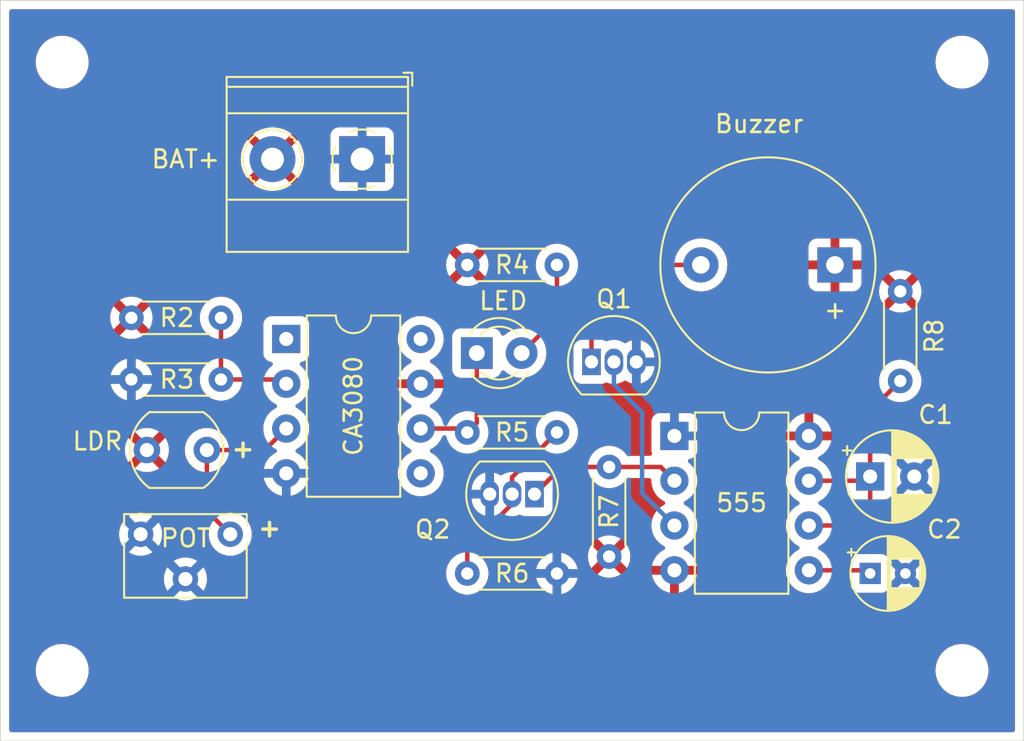
<source format=kicad_pcb>
(kicad_pcb (version 20240108) (generator "pcbnew") (generator_version "8.0")
  (title_block (title "Intruder Alarm System") (date "2025-01-04") (rev "v01") (comment 4 "Author:PUTSHU LUNGHE Samuel"))
  (layers (0 "F.Cu" signal) (31 "B.Cu" signal) (34 "B.Paste" user) (35 "F.Paste" user) (36 "B.SilkS" user "B.Silkscreen") (37 "F.SilkS" user "F.Silkscreen") (38 "B.Mask" user) (39 "F.Mask" user) (44 "Edge.Cuts" user))
  (net 0 "")
  (net 1 "Net-(BZ1--)")
  (net 2 "VCC")
  (net 3 "Net-(U2-DIS)")
  (net 4 "GND")
  (net 5 "Net-(U2-CV)")
  (net 6 "Net-(D2-K)")
  (net 7 "Net-(D2-A)")
  (net 8 "Net-(Q1-B)")
  (net 9 "Net-(Q2-B)")
  (net 10 "Net-(Q2-C)")
  (net 11 "Net-(U1-+)")
  (net 12 "Net-(U1--)")
  (footprint "Package_TO_SOT_THT:TO-92_Inline" (layer "F.Cu") (at 159 74.5)
    (property "Reference" "Q1" (at 1.27 -3.56 0) (layer "F.SilkS"))
    (property "Value" "BC547")
    (fp_line (start -0.53 1.85) (end 3.07 1.85) (stroke (width 0.12)) (layer "F.SilkS"))
    (fp_arc (start -0.568478 1.838478) (mid -1.132087 -0.994977) (end 1.27 -2.6) (stroke (width 0.12)) (layer "F.SilkS"))
    (fp_arc (start 1.27 -2.6) (mid 3.672087 -0.994977) (end 3.108478 1.838478) (stroke (width 0.12)) (layer "F.SilkS"))
    (pad "1" thru_hole rect (at 0 0) (size 1.05 1.5) (drill 0.75) (layers "*.Cu" "*.Mask") (net 1 "Net-(BZ1--)"))
    (pad "2" thru_hole oval (at 1.27 0) (size 1.05 1.5) (drill 0.75) (layers "*.Cu" "*.Mask") (net 8 "Net-(Q1-B)"))
    (pad "3" thru_hole oval (at 2.54 0) (size 1.05 1.5) (drill 0.75) (layers "*.Cu" "*.Mask") (net 4 "GND"))
  )
  (footprint "Buzzer_Beeper:Buzzer_12x9.5RM7.6" (layer "F.Cu") (at 172.8 69 180)
    (property "Reference" "Buzzer" (at 4.3 8 0) (layer "F.SilkS"))
    (property "Value" "Buzzer" (hide yes))
    (fp_circle (center 3.8 0) (end 9.9 0) (stroke (width 0.12)) (fill none) (layer "F.SilkS"))
    (fp_text user "+" (at -0.01 -2.54 0) (layer "F.SilkS"))
    (pad "1" thru_hole rect (at 0 0 180) (size 2 2) (drill 1) (layers "*.Cu" "*.Mask") (net 2 "VCC"))
    (pad "2" thru_hole circle (at 7.6 0 180) (size 2 2) (drill 1) (layers "*.Cu" "*.Mask") (net 1 "Net-(BZ1--)"))
  )
  (footprint "Resistor_THT:R_Axial_DIN0204_L3.6mm_D1.6mm_P5.08mm_Horizontal" (layer "F.Cu") (at 132.92 72)
    (property "Reference" "R2" (at 2.58 0 0) (layer "F.SilkS"))
    (property "Value" "47K")
    (fp_line (start 0.62 -0.92) (end 4.46 -0.92) (stroke (width 0.12)) (layer "F.SilkS"))
    (fp_line (start 0.62 0.92) (end 4.46 0.92) (stroke (width 0.12)) (layer "F.SilkS"))
    (pad "1" thru_hole circle (at 0 0) (size 1.4 1.4) (drill 0.7) (layers "*.Cu" "*.Mask") (net 2 "VCC"))
    (pad "2" thru_hole oval (at 5.08 0) (size 1.4 1.4) (drill 0.7) (layers "*.Cu" "*.Mask") (net 12 "Net-(U1--)"))
  )
  (footprint "MountingHole:MountingHole_2.5mm" (layer "F.Cu") (at 180 57.5)
    (property "Reference" "H2" (hide yes))
    (property "Value" "MountingHole" (hide yes))
    (pad "" np_thru_hole circle (at 0 0) (size 2.5 2.5) (drill 2.5) (layers "*.Cu" "*.Mask"))
  )
  (footprint "Package_TO_SOT_THT:TO-92_Inline" (layer "F.Cu") (at 155.77 82 180)
    (property "Reference" "Q2" (at 5.77 -2 0) (layer "F.SilkS"))
    (property "Value" "BC557")
    (fp_line (start -0.53 1.85) (end 3.07 1.85) (stroke (width 0.12)) (layer "F.SilkS"))
    (fp_arc (start 1.27 -2.6) (mid 3.672087 -0.994977) (end 3.108478 1.838478) (stroke (width 0.12)) (layer "F.SilkS"))
    (fp_arc (start -0.568478 1.838478) (mid -1.132087 -0.994977) (end 1.27 -2.6) (stroke (width 0.12)) (layer "F.SilkS"))
    (pad "1" thru_hole rect (at 0 0 180) (size 1.05 1.5) (drill 0.75) (layers "*.Cu" "*.Mask") (net 10 "Net-(Q2-C)"))
    (pad "2" thru_hole oval (at 1.27 0 180) (size 1.05 1.5) (drill 0.75) (layers "*.Cu" "*.Mask") (net 9 "Net-(Q2-B)"))
    (pad "3" thru_hole oval (at 2.54 0 180) (size 1.05 1.5) (drill 0.75) (layers "*.Cu" "*.Mask") (net 4 "GND"))
  )
  (footprint "Resistor_THT:R_Axial_DIN0204_L3.6mm_D1.6mm_P5.08mm_Horizontal" (layer "F.Cu") (at 151.96 69)
    (property "Reference" "R4" (at 2.54 0 0) (layer "F.SilkS"))
    (property "Value" "220R")
    (fp_line (start 0.62 -0.92) (end 4.46 -0.92) (stroke (width 0.12)) (layer "F.SilkS"))
    (fp_line (start 0.62 0.92) (end 4.46 0.92) (stroke (width 0.12)) (layer "F.SilkS"))
    (pad "1" thru_hole circle (at 0 0) (size 1.4 1.4) (drill 0.7) (layers "*.Cu" "*.Mask") (net 2 "VCC"))
    (pad "2" thru_hole oval (at 5.08 0) (size 1.4 1.4) (drill 0.7) (layers "*.Cu" "*.Mask") (net 7 "Net-(D2-A)"))
  )
  (footprint "Resistor_THT:R_Axial_DIN0204_L3.6mm_D1.6mm_P5.08mm_Horizontal" (layer "F.Cu") (at 151.96 78.5)
    (property "Reference" "R5" (at 2.54 0 0) (layer "F.SilkS"))
    (property "Value" "1K")
    (fp_line (start 0.62 -0.92) (end 4.46 -0.92) (stroke (width 0.12)) (layer "F.SilkS"))
    (fp_line (start 0.62 0.92) (end 4.46 0.92) (stroke (width 0.12)) (layer "F.SilkS"))
    (pad "1" thru_hole circle (at 0 0) (size 1.4 1.4) (drill 0.7) (layers "*.Cu" "*.Mask") (net 6 "Net-(D2-K)"))
    (pad "2" thru_hole oval (at 5.08 0) (size 1.4 1.4) (drill 0.7) (layers "*.Cu" "*.Mask") (net 9 "Net-(Q2-B)"))
  )
  (footprint "Potentiometer_THT:Potentiometer_Bourns_3266W_Vertical" (layer "F.Cu") (at 138.525 84.275)
    (property "Reference" "POT" (at -2.525 0.225 0) (layer "F.SilkS"))
    (property "Value" "R_Potentiometer" (hide yes))
    (fp_line (start -6.015 -1.14) (end -6.015 -0.495) (stroke (width 0.12)) (layer "F.SilkS"))
    (fp_line (start -6.015 -1.14) (end 0.935 -1.14) (stroke (width 0.12)) (layer "F.SilkS"))
    (fp_line (start -6.015 0.495) (end -6.015 3.6) (stroke (width 0.12)) (layer "F.SilkS"))
    (fp_line (start -6.015 3.6) (end 0.935 3.6) (stroke (width 0.12)) (layer "F.SilkS"))
    (fp_line (start 0.935 -1.14) (end 0.935 -0.495) (stroke (width 0.12)) (layer "F.SilkS"))
    (fp_line (start 0.935 0.495) (end 0.935 3.6) (stroke (width 0.12)) (layer "F.SilkS"))
    (pad "1" thru_hole circle (at 0 0) (size 1.44 1.44) (drill 0.8) (layers "*.Cu" "*.Mask") (net 11 "Net-(U1-+)"))
    (pad "2" thru_hole circle (at -2.54 2.54) (size 1.44 1.44) (drill 0.8) (layers "*.Cu" "*.Mask") (net 4 "GND"))
    (pad "3" thru_hole circle (at -5.08 0) (size 1.44 1.44) (drill 0.8) (layers "*.Cu" "*.Mask") (net 4 "GND"))
  )
  (footprint "TerminalBlock_Phoenix:TerminalBlock_Phoenix_MKDS-1,5-2-5.08_1x02_P5.08mm_Horizontal" (layer "F.Cu") (at 146 63 180)
    (property "Reference" "BAT+" (at 10 0 0) (layer "F.SilkS"))
    (property "Value" "Screw_Terminal_01x02" (hide yes))
    (fp_line (start 7.68 -5.261) (end 7.68 4.66) (stroke (width 0.12)) (layer "F.SilkS"))
    (fp_line (start 6.355 -1.069) (end 6.308 -1.023) (stroke (width 0.12)) (layer "F.SilkS"))
    (fp_line (start 6.15 -1.275) (end 6.115 -1.239) (stroke (width 0.12)) (layer "F.SilkS"))
    (fp_line (start 4.046 1.239) (end 4.011 1.274) (stroke (width 0.12)) (layer "F.SilkS"))
    (fp_line (start 3.853 1.023) (end 3.806 1.069) (stroke (width 0.12)) (layer "F.SilkS"))
    (fp_line (start -2.6 4.66) (end 7.68 4.66) (stroke (width 0.12)) (layer "F.SilkS"))
    (fp_line (start -2.6 4.1) (end 7.68 4.1) (stroke (width 0.12)) (layer "F.SilkS"))
    (fp_line (start -2.6 2.6) (end 7.68 2.6) (stroke (width 0.12)) (layer "F.SilkS"))
    (fp_line (start -2.6 -2.301) (end 7.68 -2.301) (stroke (width 0.12)) (layer "F.SilkS"))
    (fp_line (start -2.6 -5.261) (end 7.68 -5.261) (stroke (width 0.12)) (layer "F.SilkS"))
    (fp_line (start -2.6 -5.261) (end -2.6 4.66) (stroke (width 0.12)) (layer "F.SilkS"))
    (fp_line (start -2.84 4.9) (end -2.34 4.9) (stroke (width 0.12)) (layer "F.SilkS"))
    (fp_line (start -2.84 4.16) (end -2.84 4.9) (stroke (width 0.12)) (layer "F.SilkS"))
    (fp_arc (start 1.535427 -0.683042) (mid 1.680501 0.000524) (end 1.535 0.684) (stroke (width 0.12)) (layer "F.SilkS"))
    (fp_arc (start 0.683318 1.534756) (mid 0.349292 1.643288) (end 0 1.68) (stroke (width 0.12)) (layer "F.SilkS"))
    (fp_arc (start 0.028805 1.680253) (mid -0.335551 1.646659) (end -0.684 1.535) (stroke (width 0.12)) (layer "F.SilkS"))
    (fp_arc (start -0.683042 -1.535427) (mid 0.000524 -1.680501) (end 0.684 -1.535) (stroke (width 0.12)) (layer "F.SilkS"))
    (fp_arc (start -1.535427 0.683042) (mid -1.680501 -0.000524) (end -1.535 -0.684) (stroke (width 0.12)) (layer "F.SilkS"))
    (fp_circle (center 5.08 0) (end 6.76 0) (stroke (width 0.12)) (fill none) (layer "F.SilkS"))
    (pad "1" thru_hole rect (at 0 0 180) (size 2.6 2.6) (drill 1.3) (layers "*.Cu" "*.Mask") (net 4 "GND"))
    (pad "2" thru_hole circle (at 5.08 0 180) (size 2.6 2.6) (drill 1.3) (layers "*.Cu" "*.Mask") (net 2 "VCC"))
  )
  (footprint "Resistor_THT:R_Axial_DIN0204_L3.6mm_D1.6mm_P5.08mm_Horizontal" (layer "F.Cu") (at 160 85.54 90)
    (property "Reference" "R7" (at 2.54 0 90) (layer "F.SilkS"))
    (property "Value" "1K")
    (fp_line (start 0.62 -0.92) (end 4.46 -0.92) (stroke (width 0.12)) (layer "F.SilkS"))
    (fp_line (start 0.62 0.92) (end 4.46 0.92) (stroke (width 0.12)) (layer "F.SilkS"))
    (pad "1" thru_hole circle (at 0 0 90) (size 1.4 1.4) (drill 0.7) (layers "*.Cu" "*.Mask") (net 2 "VCC"))
    (pad "2" thru_hole oval (at 5.08 0 90) (size 1.4 1.4) (drill 0.7) (layers "*.Cu" "*.Mask") (net 10 "Net-(Q2-C)"))
  )
  (footprint "Capacitor_THT:CP_Radial_D5.0mm_P2.50mm" (layer "F.Cu") (at 174.794888 81)
    (property "Reference" "C1" (at 3.705112 -3.5 0) (layer "F.SilkS"))
    (property "Value" "10uF")
    (fp_line (start -1.554775 -1.475) (end -1.054775 -1.475) (stroke (width 0.12)) (layer "F.SilkS"))
    (fp_line (start -1.304775 -1.725) (end -1.304775 -1.225) (stroke (width 0.12)) (layer "F.SilkS"))
    (fp_line (start 1.25 -2.58) (end 1.25 2.58) (stroke (width 0.12)) (layer "F.SilkS"))
    (fp_line (start 1.29 -2.58) (end 1.29 2.58) (stroke (width 0.12)) (layer "F.SilkS"))
    (fp_line (start 1.33 -2.579) (end 1.33 2.579) (stroke (width 0.12)) (layer "F.SilkS"))
    (fp_line (start 1.37 -2.578) (end 1.37 2.578) (stroke (width 0.12)) (layer "F.SilkS"))
    (fp_line (start 1.41 -2.576) (end 1.41 2.576) (stroke (width 0.12)) (layer "F.SilkS"))
    (fp_line (start 1.45 -2.573) (end 1.45 2.573) (stroke (width 0.12)) (layer "F.SilkS"))
    (fp_line (start 1.49 -2.569) (end 1.49 -1.04) (stroke (width 0.12)) (layer "F.SilkS"))
    (fp_line (start 1.49 1.04) (end 1.49 2.569) (stroke (width 0.12)) (layer "F.SilkS"))
    (fp_line (start 1.53 -2.565) (end 1.53 -1.04) (stroke (width 0.12)) (layer "F.SilkS"))
    (fp_line (start 1.53 1.04) (end 1.53 2.565) (stroke (width 0.12)) (layer "F.SilkS"))
    (fp_line (start 1.57 -2.561) (end 1.57 -1.04) (stroke (width 0.12)) (layer "F.SilkS"))
    (fp_line (start 1.57 1.04) (end 1.57 2.561) (stroke (width 0.12)) (layer "F.SilkS"))
    (fp_line (start 1.61 -2.556) (end 1.61 -1.04) (stroke (width 0.12)) (layer "F.SilkS"))
    (fp_line (start 1.61 1.04) (end 1.61 2.556) (stroke (width 0.12)) (layer "F.SilkS"))
    (fp_line (start 1.65 -2.55) (end 1.65 -1.04) (stroke (width 0.12)) (layer "F.SilkS"))
    (fp_line (start 1.65 1.04) (end 1.65 2.55) (stroke (width 0.12)) (layer "F.SilkS"))
    (fp_line (start 1.69 -2.543) (end 1.69 -1.04) (stroke (width 0.12)) (layer "F.SilkS"))
    (fp_line (start 1.69 1.04) (end 1.69 2.543) (stroke (width 0.12)) (layer "F.SilkS"))
    (fp_line (start 1.73 -2.536) (end 1.73 -1.04) (stroke (width 0.12)) (layer "F.SilkS"))
    (fp_line (start 1.73 1.04) (end 1.73 2.536) (stroke (width 0.12)) (layer "F.SilkS"))
    (fp_line (start 1.77 -2.528) (end 1.77 -1.04) (stroke (width 0.12)) (layer "F.SilkS"))
    (fp_line (start 1.77 1.04) (end 1.77 2.528) (stroke (width 0.12)) (layer "F.SilkS"))
    (fp_line (start 1.81 -2.52) (end 1.81 -1.04) (stroke (width 0.12)) (layer "F.SilkS"))
    (fp_line (start 1.81 1.04) (end 1.81 2.52) (stroke (width 0.12)) (layer "F.SilkS"))
    (fp_line (start 1.85 -2.511) (end 1.85 -1.04) (stroke (width 0.12)) (layer "F.SilkS"))
    (fp_line (start 1.85 1.04) (end 1.85 2.511) (stroke (width 0.12)) (layer "F.SilkS"))
    (fp_line (start 1.89 -2.501) (end 1.89 -1.04) (stroke (width 0.12)) (layer "F.SilkS"))
    (fp_line (start 1.89 1.04) (end 1.89 2.501) (stroke (width 0.12)) (layer "F.SilkS"))
    (fp_line (start 1.93 -2.491) (end 1.93 -1.04) (stroke (width 0.12)) (layer "F.SilkS"))
    (fp_line (start 1.93 1.04) (end 1.93 2.491) (stroke (width 0.12)) (layer "F.SilkS"))
    (fp_line (start 1.971 -2.48) (end 1.971 -1.04) (stroke (width 0.12)) (layer "F.SilkS"))
    (fp_line (start 1.971 1.04) (end 1.971 2.48) (stroke (width 0.12)) (layer "F.SilkS"))
    (fp_line (start 2.011 -2.468) (end 2.011 -1.04) (stroke (width 0.12)) (layer "F.SilkS"))
    (fp_line (start 2.011 1.04) (end 2.011 2.468) (stroke (width 0.12)) (layer "F.SilkS"))
    (fp_line (start 2.051 -2.455) (end 2.051 -1.04) (stroke (width 0.12)) (layer "F.SilkS"))
    (fp_line (start 2.051 1.04) (end 2.051 2.455) (stroke (width 0.12)) (layer "F.SilkS"))
    (fp_line (start 2.091 -2.442) (end 2.091 -1.04) (stroke (width 0.12)) (layer "F.SilkS"))
    (fp_line (start 2.091 1.04) (end 2.091 2.442) (stroke (width 0.12)) (layer "F.SilkS"))
    (fp_line (start 2.131 -2.428) (end 2.131 -1.04) (stroke (width 0.12)) (layer "F.SilkS"))
    (fp_line (start 2.131 1.04) (end 2.131 2.428) (stroke (width 0.12)) (layer "F.SilkS"))
    (fp_line (start 2.171 -2.414) (end 2.171 -1.04) (stroke (width 0.12)) (layer "F.SilkS"))
    (fp_line (start 2.171 1.04) (end 2.171 2.414) (stroke (width 0.12)) (layer "F.SilkS"))
    (fp_line (start 2.211 -2.398) (end 2.211 -1.04) (stroke (width 0.12)) (layer "F.SilkS"))
    (fp_line (start 2.211 1.04) (end 2.211 2.398) (stroke (width 0.12)) (layer "F.SilkS"))
    (fp_line (start 2.251 -2.382) (end 2.251 -1.04) (stroke (width 0.12)) (layer "F.SilkS"))
    (fp_line (start 2.251 1.04) (end 2.251 2.382) (stroke (width 0.12)) (layer "F.SilkS"))
    (fp_line (start 2.291 -2.365) (end 2.291 -1.04) (stroke (width 0.12)) (layer "F.SilkS"))
    (fp_line (start 2.291 1.04) (end 2.291 2.365) (stroke (width 0.12)) (layer "F.SilkS"))
    (fp_line (start 2.331 -2.348) (end 2.331 -1.04) (stroke (width 0.12)) (layer "F.SilkS"))
    (fp_line (start 2.331 1.04) (end 2.331 2.348) (stroke (width 0.12)) (layer "F.SilkS"))
    (fp_line (start 2.371 -2.329) (end 2.371 -1.04) (stroke (width 0.12)) (layer "F.SilkS"))
    (fp_line (start 2.371 1.04) (end 2.371 2.329) (stroke (width 0.12)) (layer "F.SilkS"))
    (fp_line (start 2.411 -2.31) (end 2.411 -1.04) (stroke (width 0.12)) (layer "F.SilkS"))
    (fp_line (start 2.411 1.04) (end 2.411 2.31) (stroke (width 0.12)) (layer "F.SilkS"))
    (fp_line (start 2.451 -2.29) (end 2.451 -1.04) (stroke (width 0.12)) (layer "F.SilkS"))
    (fp_line (start 2.451 1.04) (end 2.451 2.29) (stroke (width 0.12)) (layer "F.SilkS"))
    (fp_line (start 2.491 -2.268) (end 2.491 -1.04) (stroke (width 0.12)) (layer "F.SilkS"))
    (fp_line (start 2.491 1.04) (end 2.491 2.268) (stroke (width 0.12)) (layer "F.SilkS"))
    (fp_line (start 2.531 -2.247) (end 2.531 -1.04) (stroke (width 0.12)) (layer "F.SilkS"))
    (fp_line (start 2.531 1.04) (end 2.531 2.247) (stroke (width 0.12)) (layer "F.SilkS"))
    (fp_line (start 2.571 -2.224) (end 2.571 -1.04) (stroke (width 0.12)) (layer "F.SilkS"))
    (fp_line (start 2.571 1.04) (end 2.571 2.224) (stroke (width 0.12)) (layer "F.SilkS"))
    (fp_line (start 2.611 -2.2) (end 2.611 -1.04) (stroke (width 0.12)) (layer "F.SilkS"))
    (fp_line (start 2.611 1.04) (end 2.611 2.2) (stroke (width 0.12)) (layer "F.SilkS"))
    (fp_line (start 2.651 -2.175) (end 2.651 -1.04) (stroke (width 0.12)) (layer "F.SilkS"))
    (fp_line (start 2.651 1.04) (end 2.651 2.175) (stroke (width 0.12)) (layer "F.SilkS"))
    (fp_line (start 2.691 -2.149) (end 2.691 -1.04) (stroke (width 0.12)) (layer "F.SilkS"))
    (fp_line (start 2.691 1.04) (end 2.691 2.149) (stroke (width 0.12)) (layer "F.SilkS"))
    (fp_line (start 2.731 -2.122) (end 2.731 -1.04) (stroke (width 0.12)) (layer "F.SilkS"))
    (fp_line (start 2.731 1.04) (end 2.731 2.122) (stroke (width 0.12)) (layer "F.SilkS"))
    (fp_line (start 2.771 -2.095) (end 2.771 -1.04) (stroke (width 0.12)) (layer "F.SilkS"))
    (fp_line (start 2.771 1.04) (end 2.771 2.095) (stroke (width 0.12)) (layer "F.SilkS"))
    (fp_line (start 2.811 -2.065) (end 2.811 -1.04) (stroke (width 0.12)) (layer "F.SilkS"))
    (fp_line (start 2.811 1.04) (end 2.811 2.065) (stroke (width 0.12)) (layer "F.SilkS"))
    (fp_line (start 2.851 -2.035) (end 2.851 -1.04) (stroke (width 0.12)) (layer "F.SilkS"))
    (fp_line (start 2.851 1.04) (end 2.851 2.035) (stroke (width 0.12)) (layer "F.SilkS"))
    (fp_line (start 2.891 -2.004) (end 2.891 -1.04) (stroke (width 0.12)) (layer "F.SilkS"))
    (fp_line (start 2.891 1.04) (end 2.891 2.004) (stroke (width 0.12)) (layer "F.SilkS"))
    (fp_line (start 2.931 -1.971) (end 2.931 -1.04) (stroke (width 0.12)) (layer "F.SilkS"))
    (fp_line (start 2.931 1.04) (end 2.931 1.971) (stroke (width 0.12)) (layer "F.SilkS"))
    (fp_line (start 2.971 -1.937) (end 2.971 -1.04) (stroke (width 0.12)) (layer "F.SilkS"))
    (fp_line (start 2.971 1.04) (end 2.971 1.937) (stroke (width 0.12)) (layer "F.SilkS"))
    (fp_line (start 3.011 -1.901) (end 3.011 -1.04) (stroke (width 0.12)) (layer "F.SilkS"))
    (fp_line (start 3.011 1.04) (end 3.011 1.901) (stroke (width 0.12)) (layer "F.SilkS"))
    (fp_line (start 3.051 -1.864) (end 3.051 -1.04) (stroke (width 0.12)) (layer "F.SilkS"))
    (fp_line (start 3.051 1.04) (end 3.051 1.864) (stroke (width 0.12)) (layer "F.SilkS"))
    (fp_line (start 3.091 -1.826) (end 3.091 -1.04) (stroke (width 0.12)) (layer "F.SilkS"))
    (fp_line (start 3.091 1.04) (end 3.091 1.826) (stroke (width 0.12)) (layer "F.SilkS"))
    (fp_line (start 3.131 -1.785) (end 3.131 -1.04) (stroke (width 0.12)) (layer "F.SilkS"))
    (fp_line (start 3.131 1.04) (end 3.131 1.785) (stroke (width 0.12)) (layer "F.SilkS"))
    (fp_line (start 3.171 -1.743) (end 3.171 -1.04) (stroke (width 0.12)) (layer "F.SilkS"))
    (fp_line (start 3.171 1.04) (end 3.171 1.743) (stroke (width 0.12)) (layer "F.SilkS"))
    (fp_line (start 3.211 -1.699) (end 3.211 -1.04) (stroke (width 0.12)) (layer "F.SilkS"))
    (fp_line (start 3.211 1.04) (end 3.211 1.699) (stroke (width 0.12)) (layer "F.SilkS"))
    (fp_line (start 3.251 -1.653) (end 3.251 -1.04) (stroke (width 0.12)) (layer "F.SilkS"))
    (fp_line (start 3.251 1.04) (end 3.251 1.653) (stroke (width 0.12)) (layer "F.SilkS"))
    (fp_line (start 3.291 -1.605) (end 3.291 -1.04) (stroke (width 0.12)) (layer "F.SilkS"))
    (fp_line (start 3.291 1.04) (end 3.291 1.605) (stroke (width 0.12)) (layer "F.SilkS"))
    (fp_line (start 3.331 -1.554) (end 3.331 -1.04) (stroke (width 0.12)) (layer "F.SilkS"))
    (fp_line (start 3.331 1.04) (end 3.331 1.554) (stroke (width 0.12)) (layer "F.SilkS"))
    (fp_line (start 3.371 -1.5) (end 3.371 -1.04) (stroke (width 0.12)) (layer "F.SilkS"))
    (fp_line (start 3.371 1.04) (end 3.371 1.5) (stroke (width 0.12)) (layer "F.SilkS"))
    (fp_line (start 3.411 -1.443) (end 3.411 -1.04) (stroke (width 0.12)) (layer "F.SilkS"))
    (fp_line (start 3.411 1.04) (end 3.411 1.443) (stroke (width 0.12)) (layer "F.SilkS"))
    (fp_line (start 3.451 -1.383) (end 3.451 -1.04) (stroke (width 0.12)) (layer "F.SilkS"))
    (fp_line (start 3.451 1.04) (end 3.451 1.383) (stroke (width 0.12)) (layer "F.SilkS"))
    (fp_line (start 3.491 -1.319) (end 3.491 -1.04) (stroke (width 0.12)) (layer "F.SilkS"))
    (fp_line (start 3.491 1.04) (end 3.491 1.319) (stroke (width 0.12)) (layer "F.SilkS"))
    (fp_line (start 3.531 -1.251) (end 3.531 -1.04) (stroke (width 0.12)) (layer "F.SilkS"))
    (fp_line (start 3.531 1.04) (end 3.531 1.251) (stroke (width 0.12)) (layer "F.SilkS"))
    (fp_line (start 3.571 -1.178) (end 3.571 1.178) (stroke (width 0.12)) (layer "F.SilkS"))
    (fp_line (start 3.611 -1.098) (end 3.611 1.098) (stroke (width 0.12)) (layer "F.SilkS"))
    (fp_line (start 3.651 -1.011) (end 3.651 1.011) (stroke (width 0.12)) (layer "F.SilkS"))
    (fp_line (start 3.691 -0.915) (end 3.691 0.915) (stroke (width 0.12)) (layer "F.SilkS"))
    (fp_line (start 3.731 -0.805) (end 3.731 0.805) (stroke (width 0.12)) (layer "F.SilkS"))
    (fp_line (start 3.771 -0.677) (end 3.771 0.677) (stroke (width 0.12)) (layer "F.SilkS"))
    (fp_line (start 3.811 -0.518) (end 3.811 0.518) (stroke (width 0.12)) (layer "F.SilkS"))
    (fp_line (start 3.851 -0.284) (end 3.851 0.284) (stroke (width 0.12)) (layer "F.SilkS"))
    (fp_circle (center 1.25 0) (end 3.87 0) (stroke (width 0.12)) (fill none) (layer "F.SilkS"))
    (pad "1" thru_hole rect (at 0 0) (size 1.6 1.6) (drill 0.8) (layers "*.Cu" "*.Mask") (net 3 "Net-(U2-DIS)"))
    (pad "2" thru_hole circle (at 2.5 0) (size 1.6 1.6) (drill 0.8) (layers "*.Cu" "*.Mask") (net 4 "GND"))
  )
  (footprint "OptoDevice:R_LDR_5.1x4.3mm_P3.4mm_Vertical" (layer "F.Cu") (at 133.8 79.5)
    (property "Reference" "LDR" (at -2.8 -0.5 0) (layer "F.SilkS"))
    (property "Value" "LDR07" (hide yes))
    (fp_line (start 0.15 -2.15) (end 3.2 -2.15) (stroke (width 0.12)) (layer "F.SilkS"))
    (fp_line (start 0.15 2.15) (end 3.2 2.15) (stroke (width 0.12)) (layer "F.SilkS"))
    (fp_arc (start 0.15 2.15) (mid -0.950438 -0.013368) (end 0.171766 -2.165525) (stroke (width 0.12)) (layer "F.SilkS"))
    (fp_arc (start 3.2 -2.15) (mid 4.321403 -0.027338) (end 3.244513 2.118249) (stroke (width 0.12)) (layer "F.SilkS"))
    (pad "1" thru_hole circle (at 0 0) (size 1.5 1.5) (drill 0.8) (layers "*.Cu" "*.Mask") (net 2 "VCC"))
    (pad "2" thru_hole circle (at 3.4 0) (size 1.5 1.5) (drill 0.8) (layers "*.Cu" "*.Mask") (net 11 "Net-(U1-+)"))
  )
  (footprint "MountingHole:MountingHole_2.5mm" (layer "F.Cu") (at 129 92)
    (property "Reference" "H4" (hide yes))
    (property "Value" "MountingHole" (hide yes))
    (pad "" np_thru_hole circle (at 0 0) (size 2.5 2.5) (drill 2.5) (layers "*.Cu" "*.Mask"))
  )
  (footprint "Resistor_THT:R_Axial_DIN0204_L3.6mm_D1.6mm_P5.08mm_Horizontal" (layer "F.Cu") (at 151.96 86.5)
    (property "Reference" "R6" (at 2.54 0 0) (layer "F.SilkS"))
    (property "Value" "500R")
    (fp_line (start 0.62 -0.92) (end 4.46 -0.92) (stroke (width 0.12)) (layer "F.SilkS"))
    (fp_line (start 0.62 0.92) (end 4.46 0.92) (stroke (width 0.12)) (layer "F.SilkS"))
    (pad "1" thru_hole circle (at 0 0) (size 1.4 1.4) (drill 0.7) (layers "*.Cu" "*.Mask") (net 9 "Net-(Q2-B)"))
    (pad "2" thru_hole oval (at 5.08 0) (size 1.4 1.4) (drill 0.7) (layers "*.Cu" "*.Mask") (net 4 "GND"))
  )
  (footprint "MountingHole:MountingHole_2.5mm" (layer "F.Cu") (at 180 92)
    (property "Reference" "H3" (hide yes))
    (property "Value" "MountingHole" (hide yes))
    (pad "" np_thru_hole circle (at 0 0) (size 2.5 2.5) (drill 2.5) (layers "*.Cu" "*.Mask"))
  )
  (footprint "Package_DIP:DIP-8_W7.62mm" (layer "F.Cu") (at 141.7 73.2)
    (property "Reference" "CA3080" (at 3.8 3.8 90) (layer "F.SilkS"))
    (property "Value" "CA3080" (hide yes))
    (fp_line (start 1.16 -1.33) (end 1.16 8.95) (stroke (width 0.12)) (layer "F.SilkS"))
    (fp_line (start 1.16 8.95) (end 6.46 8.95) (stroke (width 0.12)) (layer "F.SilkS"))
    (fp_line (start 2.81 -1.33) (end 1.16 -1.33) (stroke (width 0.12)) (layer "F.SilkS"))
    (fp_line (start 6.46 -1.33) (end 4.81 -1.33) (stroke (width 0.12)) (layer "F.SilkS"))
    (fp_line (start 6.46 8.95) (end 6.46 -1.33) (stroke (width 0.12)) (layer "F.SilkS"))
    (fp_arc (start 4.81 -1.33) (mid 3.81 -0.33) (end 2.81 -1.33) (stroke (width 0.12)) (layer "F.SilkS"))
    (pad "1" thru_hole rect (at 0 0) (size 1.6 1.6) (drill 0.8) (layers "*.Cu" "*.Mask"))
    (pad "2" thru_hole oval (at 0 2.54) (size 1.6 1.6) (drill 0.8) (layers "*.Cu" "*.Mask") (net 12 "Net-(U1--)"))
    (pad "3" thru_hole oval (at 0 5.08) (size 1.6 1.6) (drill 0.8) (layers "*.Cu" "*.Mask") (net 11 "Net-(U1-+)"))
    (pad "4" thru_hole oval (at 0 7.62) (size 1.6 1.6) (drill 0.8) (layers "*.Cu" "*.Mask") (net 4 "GND"))
    (pad "5" thru_hole oval (at 7.62 7.62) (size 1.6 1.6) (drill 0.8) (layers "*.Cu" "*.Mask"))
    (pad "6" thru_hole oval (at 7.62 5.08) (size 1.6 1.6) (drill 0.8) (layers "*.Cu" "*.Mask") (net 6 "Net-(D2-K)"))
    (pad "7" thru_hole oval (at 7.62 2.54) (size 1.6 1.6) (drill 0.8) (layers "*.Cu" "*.Mask") (net 2 "VCC"))
    (pad "8" thru_hole oval (at 7.62 0) (size 1.6 1.6) (drill 0.8) (layers "*.Cu" "*.Mask"))
  )
  (footprint "Package_DIP:DIP-8_W7.62mm" (layer "F.Cu") (at 163.7 78.7)
    (property "Reference" "555" (at 3.81 3.8 0) (layer "F.SilkS"))
    (property "Value" "ICM7555xP")
    (fp_line (start 1.16 -1.33) (end 1.16 8.95) (stroke (width 0.12)) (layer "F.SilkS"))
    (fp_line (start 1.16 8.95) (end 6.46 8.95) (stroke (width 0.12)) (layer "F.SilkS"))
    (fp_line (start 2.81 -1.33) (end 1.16 -1.33) (stroke (width 0.12)) (layer "F.SilkS"))
    (fp_line (start 6.46 -1.33) (end 4.81 -1.33) (stroke (width 0.12)) (layer "F.SilkS"))
    (fp_line (start 6.46 8.95) (end 6.46 -1.33) (stroke (width 0.12)) (layer "F.SilkS"))
    (fp_arc (start 4.81 -1.33) (mid 3.81 -0.33) (end 2.81 -1.33) (stroke (width 0.12)) (layer "F.SilkS"))
    (pad "1" thru_hole rect (at 0 0) (size 1.6 1.6) (drill 0.8) (layers "*.Cu" "*.Mask") (net 4 "GND"))
    (pad "2" thru_hole oval (at 0 2.54) (size 1.6 1.6) (drill 0.8) (layers "*.Cu" "*.Mask") (net 10 "Net-(Q2-C)"))
    (pad "3" thru_hole oval (at 0 5.08) (size 1.6 1.6) (drill 0.8) (layers "*.Cu" "*.Mask") (net 8 "Net-(Q1-B)"))
    (pad "4" thru_hole oval (at 0 7.62) (size 1.6 1.6) (drill 0.8) (layers "*.Cu" "*.Mask") (net 2 "VCC"))
    (pad "5" thru_hole oval (at 7.62 7.62) (size 1.6 1.6) (drill 0.8) (layers "*.Cu" "*.Mask") (net 5 "Net-(U2-CV)"))
    (pad "6" thru_hole oval (at 7.62 5.08) (size 1.6 1.6) (drill 0.8) (layers "*.Cu" "*.Mask") (net 3 "Net-(U2-DIS)"))
    (pad "7" thru_hole oval (at 7.62 2.54) (size 1.6 1.6) (drill 0.8) (layers "*.Cu" "*.Mask") (net 3 "Net-(U2-DIS)"))
    (pad "8" thru_hole oval (at 7.62 0) (size 1.6 1.6) (drill 0.8) (layers "*.Cu" "*.Mask") (net 2 "VCC"))
  )
  (footprint "LED_THT:LED_D3.0mm" (layer "F.Cu") (at 152.5 74)
    (property "Reference" "LED" (at 1.5 -2.96 0) (layer "F.SilkS"))
    (property "Value" "LED" (hide yes))
    (fp_line (start -0.29 -1.236) (end -0.29 -1.08) (stroke (width 0.12)) (layer "F.SilkS"))
    (fp_line (start -0.29 1.08) (end -0.29 1.236) (stroke (width 0.12)) (layer "F.SilkS"))
    (fp_arc (start -0.29 -1.235516) (mid 1.366487 -1.987659) (end 2.942335 -1.078608) (stroke (width 0.12)) (layer "F.SilkS"))
    (fp_arc (start 0.229039 -1.08) (mid 1.270117 -1.5) (end 2.31113 -1.079837) (stroke (width 0.12)) (layer "F.SilkS"))
    (fp_arc (start 2.31113 1.079837) (mid 1.270117 1.5) (end 0.229039 1.08) (stroke (width 0.12)) (layer "F.SilkS"))
    (fp_arc (start 2.942335 1.078608) (mid 1.366487 1.987659) (end -0.29 1.235516) (stroke (width 0.12)) (layer "F.SilkS"))
    (pad "1" thru_hole rect (at 0 0) (size 1.8 1.8) (drill 0.9) (layers "*.Cu" "*.Mask") (net 6 "Net-(D2-K)"))
    (pad "2" thru_hole circle (at 2.54 0) (size 1.8 1.8) (drill 0.9) (layers "*.Cu" "*.Mask") (net 7 "Net-(D2-A)"))
  )
  (footprint "MountingHole:MountingHole_2.5mm" (layer "F.Cu") (at 129 57.5)
    (property "Reference" "H1" (hide yes))
    (property "Value" "MountingHole" (hide yes))
    (pad "" np_thru_hole circle (at 0 0) (size 2.5 2.5) (drill 2.5) (layers "*.Cu" "*.Mask"))
  )
  (footprint "Capacitor_THT:CP_Radial_D4.0mm_P2.00mm" (layer "F.Cu") (at 174.794888 86.5)
    (property "Reference" "C2" (at 4.205112 -2.5 0) (layer "F.SilkS"))
    (property "Value" "1nF")
    (fp_line (start -1.269801 -1.195) (end -0.869801 -1.195) (stroke (width 0.12)) (layer "F.SilkS"))
    (fp_line (start -1.069801 -1.395) (end -1.069801 -0.995) (stroke (width 0.12)) (layer "F.SilkS"))
    (fp_line (start 1 -2.08) (end 1 2.08) (stroke (width 0.12)) (layer "F.SilkS"))
    (fp_line (start 1.04 -2.08) (end 1.04 2.08) (stroke (width 0.12)) (layer "F.SilkS"))
    (fp_line (start 1.08 -2.079) (end 1.08 2.079) (stroke (width 0.12)) (layer "F.SilkS"))
    (fp_line (start 1.12 -2.077) (end 1.12 2.077) (stroke (width 0.12)) (layer "F.SilkS"))
    (fp_line (start 1.16 -2.074) (end 1.16 2.074) (stroke (width 0.12)) (layer "F.SilkS"))
    (fp_line (start 1.2 -2.071) (end 1.2 -0.84) (stroke (width 0.12)) (layer "F.SilkS"))
    (fp_line (start 1.2 0.84) (end 1.2 2.071) (stroke (width 0.12)) (layer "F.SilkS"))
    (fp_line (start 1.24 -2.067) (end 1.24 -0.84) (stroke (width 0.12)) (layer "F.SilkS"))
    (fp_line (start 1.24 0.84) (end 1.24 2.067) (stroke (width 0.12)) (layer "F.SilkS"))
    (fp_line (start 1.28 -2.062) (end 1.28 -0.84) (stroke (width 0.12)) (layer "F.SilkS"))
    (fp_line (start 1.28 0.84) (end 1.28 2.062) (stroke (width 0.12)) (layer "F.SilkS"))
    (fp_line (start 1.32 -2.056) (end 1.32 -0.84) (stroke (width 0.12)) (layer "F.SilkS"))
    (fp_line (start 1.32 0.84) (end 1.32 2.056) (stroke (width 0.12)) (layer "F.SilkS"))
    (fp_line (start 1.36 -2.05) (end 1.36 -0.84) (stroke (width 0.12)) (layer "F.SilkS"))
    (fp_line (start 1.36 0.84) (end 1.36 2.05) (stroke (width 0.12)) (layer "F.SilkS"))
    (fp_line (start 1.4 -2.042) (end 1.4 -0.84) (stroke (width 0.12)) (layer "F.SilkS"))
    (fp_line (start 1.4 0.84) (end 1.4 2.042) (stroke (width 0.12)) (layer "F.SilkS"))
    (fp_line (start 1.44 -2.034) (end 1.44 -0.84) (stroke (width 0.12)) (layer "F.SilkS"))
    (fp_line (start 1.44 0.84) (end 1.44 2.034) (stroke (width 0.12)) (layer "F.SilkS"))
    (fp_line (start 1.48 -2.025) (end 1.48 -0.84) (stroke (width 0.12)) (layer "F.SilkS"))
    (fp_line (start 1.48 0.84) (end 1.48 2.025) (stroke (width 0.12)) (layer "F.SilkS"))
    (fp_line (start 1.52 -2.016) (end 1.52 -0.84) (stroke (width 0.12)) (layer "F.SilkS"))
    (fp_line (start 1.52 0.84) (end 1.52 2.016) (stroke (width 0.12)) (layer "F.SilkS"))
    (fp_line (start 1.56 -2.005) (end 1.56 -0.84) (stroke (width 0.12)) (layer "F.SilkS"))
    (fp_line (start 1.56 0.84) (end 1.56 2.005) (stroke (width 0.12)) (layer "F.SilkS"))
    (fp_line (start 1.6 -1.994) (end 1.6 -0.84) (stroke (width 0.12)) (layer "F.SilkS"))
    (fp_line (start 1.6 0.84) (end 1.6 1.994) (stroke (width 0.12)) (layer "F.SilkS"))
    (fp_line (start 1.64 -1.982) (end 1.64 -0.84) (stroke (width 0.12)) (layer "F.SilkS"))
    (fp_line (start 1.64 0.84) (end 1.64 1.982) (stroke (width 0.12)) (layer "F.SilkS"))
    (fp_line (start 1.68 -1.968) (end 1.68 -0.84) (stroke (width 0.12)) (layer "F.SilkS"))
    (fp_line (start 1.68 0.84) (end 1.68 1.968) (stroke (width 0.12)) (layer "F.SilkS"))
    (fp_line (start 1.721 -1.954) (end 1.721 -0.84) (stroke (width 0.12)) (layer "F.SilkS"))
    (fp_line (start 1.721 0.84) (end 1.721 1.954) (stroke (width 0.12)) (layer "F.SilkS"))
    (fp_line (start 1.761 -1.94) (end 1.761 -0.84) (stroke (width 0.12)) (layer "F.SilkS"))
    (fp_line (start 1.761 0.84) (end 1.761 1.94) (stroke (width 0.12)) (layer "F.SilkS"))
    (fp_line (start 1.801 -1.924) (end 1.801 -0.84) (stroke (width 0.12)) (layer "F.SilkS"))
    (fp_line (start 1.801 0.84) (end 1.801 1.924) (stroke (width 0.12)) (layer "F.SilkS"))
    (fp_line (start 1.841 -1.907) (end 1.841 -0.84) (stroke (width 0.12)) (layer "F.SilkS"))
    (fp_line (start 1.841 0.84) (end 1.841 1.907) (stroke (width 0.12)) (layer "F.SilkS"))
    (fp_line (start 1.881 -1.889) (end 1.881 -0.84) (stroke (width 0.12)) (layer "F.SilkS"))
    (fp_line (start 1.881 0.84) (end 1.881 1.889) (stroke (width 0.12)) (layer "F.SilkS"))
    (fp_line (start 1.921 -1.87) (end 1.921 -0.84) (stroke (width 0.12)) (layer "F.SilkS"))
    (fp_line (start 1.921 0.84) (end 1.921 1.87) (stroke (width 0.12)) (layer "F.SilkS"))
    (fp_line (start 1.961 -1.851) (end 1.961 -0.84) (stroke (width 0.12)) (layer "F.SilkS"))
    (fp_line (start 1.961 0.84) (end 1.961 1.851) (stroke (width 0.12)) (layer "F.SilkS"))
    (fp_line (start 2.001 -1.83) (end 2.001 -0.84) (stroke (width 0.12)) (layer "F.SilkS"))
    (fp_line (start 2.001 0.84) (end 2.001 1.83) (stroke (width 0.12)) (layer "F.SilkS"))
    (fp_line (start 2.041 -1.808) (end 2.041 -0.84) (stroke (width 0.12)) (layer "F.SilkS"))
    (fp_line (start 2.041 0.84) (end 2.041 1.808) (stroke (width 0.12)) (layer "F.SilkS"))
    (fp_line (start 2.081 -1.785) (end 2.081 -0.84) (stroke (width 0.12)) (layer "F.SilkS"))
    (fp_line (start 2.081 0.84) (end 2.081 1.785) (stroke (width 0.12)) (layer "F.SilkS"))
    (fp_line (start 2.121 -1.76) (end 2.121 -0.84) (stroke (width 0.12)) (layer "F.SilkS"))
    (fp_line (start 2.121 0.84) (end 2.121 1.76) (stroke (width 0.12)) (layer "F.SilkS"))
    (fp_line (start 2.161 -1.735) (end 2.161 -0.84) (stroke (width 0.12)) (layer "F.SilkS"))
    (fp_line (start 2.161 0.84) (end 2.161 1.735) (stroke (width 0.12)) (layer "F.SilkS"))
    (fp_line (start 2.201 -1.708) (end 2.201 -0.84) (stroke (width 0.12)) (layer "F.SilkS"))
    (fp_line (start 2.201 0.84) (end 2.201 1.708) (stroke (width 0.12)) (layer "F.SilkS"))
    (fp_line (start 2.241 -1.68) (end 2.241 -0.84) (stroke (width 0.12)) (layer "F.SilkS"))
    (fp_line (start 2.241 0.84) (end 2.241 1.68) (stroke (width 0.12)) (layer "F.SilkS"))
    (fp_line (start 2.281 -1.65) (end 2.281 -0.84) (stroke (width 0.12)) (layer "F.SilkS"))
    (fp_line (start 2.281 0.84) (end 2.281 1.65) (stroke (width 0.12)) (layer "F.SilkS"))
    (fp_line (start 2.321 -1.619) (end 2.321 -0.84) (stroke (width 0.12)) (layer "F.SilkS"))
    (fp_line (start 2.321 0.84) (end 2.321 1.619) (stroke (width 0.12)) (layer "F.SilkS"))
    (fp_line (start 2.361 -1.587) (end 2.361 -0.84) (stroke (width 0.12)) (layer "F.SilkS"))
    (fp_line (start 2.361 0.84) (end 2.361 1.587) (stroke (width 0.12)) (layer "F.SilkS"))
    (fp_line (start 2.401 -1.552) (end 2.401 -0.84) (stroke (width 0.12)) (layer "F.SilkS"))
    (fp_line (start 2.401 0.84) (end 2.401 1.552) (stroke (width 0.12)) (layer "F.SilkS"))
    (fp_line (start 2.441 -1.516) (end 2.441 -0.84) (stroke (width 0.12)) (layer "F.SilkS"))
    (fp_line (start 2.441 0.84) (end 2.441 1.516) (stroke (width 0.12)) (layer "F.SilkS"))
    (fp_line (start 2.481 -1.478) (end 2.481 -0.84) (stroke (width 0.12)) (layer "F.SilkS"))
    (fp_line (start 2.481 0.84) (end 2.481 1.478) (stroke (width 0.12)) (layer "F.SilkS"))
    (fp_line (start 2.521 -1.438) (end 2.521 -0.84) (stroke (width 0.12)) (layer "F.SilkS"))
    (fp_line (start 2.521 0.84) (end 2.521 1.438) (stroke (width 0.12)) (layer "F.SilkS"))
    (fp_line (start 2.561 -1.396) (end 2.561 -0.84) (stroke (width 0.12)) (layer "F.SilkS"))
    (fp_line (start 2.561 0.84) (end 2.561 1.396) (stroke (width 0.12)) (layer "F.SilkS"))
    (fp_line (start 2.601 -1.351) (end 2.601 -0.84) (stroke (width 0.12)) (layer "F.SilkS"))
    (fp_line (start 2.601 0.84) (end 2.601 1.351) (stroke (width 0.12)) (layer "F.SilkS"))
    (fp_line (start 2.641 -1.304) (end 2.641 -0.84) (stroke (width 0.12)) (layer "F.SilkS"))
    (fp_line (start 2.641 0.84) (end 2.641 1.304) (stroke (width 0.12)) (layer "F.SilkS"))
    (fp_line (start 2.681 -1.254) (end 2.681 -0.84) (stroke (width 0.12)) (layer "F.SilkS"))
    (fp_line (start 2.681 0.84) (end 2.681 1.254) (stroke (width 0.12)) (layer "F.SilkS"))
    (fp_line (start 2.721 -1.2) (end 2.721 -0.84) (stroke (width 0.12)) (layer "F.SilkS"))
    (fp_line (start 2.721 0.84) (end 2.721 1.2) (stroke (width 0.12)) (layer "F.SilkS"))
    (fp_line (start 2.761 -1.142) (end 2.761 -0.84) (stroke (width 0.12)) (layer "F.SilkS"))
    (fp_line (start 2.761 0.84) (end 2.761 1.142) (stroke (width 0.12)) (layer "F.SilkS"))
    (fp_line (start 2.801 -1.08) (end 2.801 -0.84) (stroke (width 0.12)) (layer "F.SilkS"))
    (fp_line (start 2.801 0.84) (end 2.801 1.08) (stroke (width 0.12)) (layer "F.SilkS"))
    (fp_line (start 2.841 -1.013) (end 2.841 1.013) (stroke (width 0.12)) (layer "F.SilkS"))
    (fp_line (start 2.881 -0.94) (end 2.881 0.94) (stroke (width 0.12)) (layer "F.SilkS"))
    (fp_line (start 2.921 -0.859) (end 2.921 0.859) (stroke (width 0.12)) (layer "F.SilkS"))
    (fp_line (start 2.961 -0.768) (end 2.961 0.768) (stroke (width 0.12)) (layer "F.SilkS"))
    (fp_line (start 3.001 -0.664) (end 3.001 0.664) (stroke (width 0.12)) (layer "F.SilkS"))
    (fp_line (start 3.041 -0.537) (end 3.041 0.537) (stroke (width 0.12)) (layer "F.SilkS"))
    (fp_line (start 3.081 -0.37) (end 3.081 0.37) (stroke (width 0.12)) (layer "F.SilkS"))
    (fp_circle (center 1 0) (end 3.12 0) (stroke (width 0.12)) (fill none) (layer "F.SilkS"))
    (pad "1" thru_hole rect (at 0 0) (size 1.2 1.2) (drill 0.6) (layers "*.Cu" "*.Mask") (net 5 "Net-(U2-CV)"))
    (pad "2" thru_hole circle (at 2 0) (size 1.2 1.2) (drill 0.6) (layers "*.Cu" "*.Mask") (net 4 "GND"))
  )
  (footprint "Resistor_THT:R_Axial_DIN0204_L3.6mm_D1.6mm_P5.08mm_Horizontal" (layer "F.Cu") (at 176.5 70.5 -90)
    (property "Reference" "R8" (at 2.54 -1.92 90) (layer "F.SilkS"))
    (property "Value" "1M")
    (fp_line (start 0.62 0.92) (end 4.46 0.92) (stroke (width 0.12)) (layer "F.SilkS"))
    (fp_line (start 0.62 -0.92) (end 4.46 -0.92) (stroke (width 0.12)) (layer "F.SilkS"))
    (pad "1" thru_hole circle (at 0 0 270) (size 1.4 1.4) (drill 0.7) (layers "*.Cu" "*.Mask") (net 2 "VCC"))
    (pad "2" thru_hole oval (at 5.08 0 270) (size 1.4 1.4) (drill 0.7) (layers "*.Cu" "*.Mask") (net 3 "Net-(U2-DIS)"))
  )
  (footprint "Resistor_THT:R_Axial_DIN0204_L3.6mm_D1.6mm_P5.08mm_Horizontal" (layer "F.Cu") (at 138 75.5 180)
    (property "Reference" "R3" (at 2.5 0 0) (layer "F.SilkS"))
    (property "Value" "10K")
    (fp_line (start 0.62 0.92) (end 4.46 0.92) (stroke (width 0.12)) (layer "F.SilkS"))
    (fp_line (start 0.62 -0.92) (end 4.46 -0.92) (stroke (width 0.12)) (layer "F.SilkS"))
    (pad "1" thru_hole circle (at 0 0 180) (size 1.4 1.4) (drill 0.7) (layers "*.Cu" "*.Mask") (net 12 "Net-(U1--)"))
    (pad "2" thru_hole oval (at 5.08 0 180) (size 1.4 1.4) (drill 0.7) (layers "*.Cu" "*.Mask") (net 4 "GND"))
  )
  (gr_rect (start 125.5 54) (end 183.5 96) (stroke (width 0.05)) (fill none) (layer "Edge.Cuts"))
  (gr_text "+" (at 138.5 80 0) (layer "F.SilkS") (effects (font (size 1 1) (thickness 0.2) (bold yes)) (justify left bottom)))
  (gr_text "+" (at 140 84.5 0) (layer "F.SilkS") (effects (font (size 1 1) (thickness 0.2) (bold yes)) (justify left bottom)))
  (segment (start 159 70) (end 159 74.5) (width 0.254) (layer "F.Cu") (net 1))
  (segment (start 165.2 69) (end 160 69) (width 0.254) (layer "F.Cu") (net 1))
  (segment (start 160 69) (end 159 70) (width 0.254) (layer "F.Cu") (net 1))
  (segment (start 174.794888 77.285112) (end 176.5 75.58) (width 0.254) (layer "F.Cu") (net 3))
  (segment (start 171.32 83.78) (end 174.22 83.78) (width 0.254) (layer "F.Cu") (net 3))
  (segment (start 174.22 83.78) (end 174.794888 83.205112) (width 0.254) (layer "F.Cu") (net 3))
  (segment (start 174.794888 81) (end 174.794888 83.205112) (width 0.254) (layer "F.Cu") (net 3))
  (segment (start 171.32 81.24) (end 174.554888 81.24) (width 0.254) (layer "F.Cu") (net 3))
  (segment (start 174.794888 81) (end 174.794888 77.285112) (width 0.254) (layer "F.Cu") (net 3))
  (segment (start 174.554888 81.24) (end 174.794888 81) (width 0.254) (layer "F.Cu") (net 3))
  (segment (start 174.614888 86.32) (end 174.794888 86.5) (width 0.254) (layer "F.Cu") (net 5))
  (segment (start 171.32 86.32) (end 174.614888 86.32) (width 0.254) (layer "F.Cu") (net 5))
  (segment (start 152.5 77.96) (end 151.96 78.5) (width 0.254) (layer "F.Cu") (net 6))
  (segment (start 149.32 78.28) (end 151.74 78.28) (width 0.254) (layer "F.Cu") (net 6))
  (segment (start 152.5 74) (end 152.5 77.96) (width 0.254) (layer "F.Cu") (net 6))
  (segment (start 151.74 78.28) (end 151.96 78.5) (width 0.254) (layer "F.Cu") (net 6))
  (segment (start 157.04 69) (end 157.04 72) (width 0.254) (layer "F.Cu") (net 7))
  (segment (start 157.04 72) (end 155.04 74) (width 0.254) (layer "F.Cu") (net 7))
  (segment (start 161.867602 77.367602) (end 160.27 75.77) (width 0.254) (layer "B.Cu") (net 8))
  (segment (start 163.7 83.78) (end 161.867602 81.947602) (width 0.254) (layer "B.Cu") (net 8))
  (segment (start 160.27 75.77) (end 160.27 74.5) (width 0.254) (layer "B.Cu") (net 8))
  (segment (start 161.867602 81.947602) (end 161.867602 77.367602) (width 0.254) (layer "B.Cu") (net 8))
  (segment (start 154.5 82.554) (end 151.96 85.094) (width 0.254) (layer "F.Cu") (net 9))
  (segment (start 154.5 82) (end 154.5 82.554) (width 0.254) (layer "F.Cu") (net 9))
  (segment (start 151.96 85.094) (end 151.96 86.5) (width 0.254) (layer "F.Cu") (net 9))
  (segment (start 157.04 78.5) (end 154.5 81.04) (width 0.254) (layer "F.Cu") (net 9))
  (segment (start 154.5 81.04) (end 154.5 82) (width 0.254) (layer "F.Cu") (net 9))
  (segment (start 157.31 80.46) (end 155.77 82) (width 0.254) (layer "F.Cu") (net 10))
  (segment (start 162.92 80.46) (end 163.7 81.24) (width 0.254) (layer "F.Cu") (net 10))
  (segment (start 160 80.46) (end 162.92 80.46) (width 0.254) (layer "F.Cu") (net 10))
  (segment (start 160 80.46) (end 157.31 80.46) (width 0.254) (layer "F.Cu") (net 10))
  (segment (start 137.2 79.5) (end 137.2 82.95) (width 0.254) (layer "F.Cu") (net 11))
  (segment (start 140.48 79.5) (end 141.7 78.28) (width 0.254) (layer "F.Cu") (net 11))
  (segment (start 137.2 82.95) (end 138.525 84.275) (width 0.254) (layer "F.Cu") (net 11))
  (segment (start 137.2 79.5) (end 140.48 79.5) (width 0.254) (layer "F.Cu") (net 11))
  (segment (start 138 75.5) (end 141.46 75.5) (width 0.254) (layer "F.Cu") (net 12))
  (segment (start 138 72) (end 138 75.5) (width 0.254) (layer "F.Cu") (net 12))
  (segment (start 141.46 75.5) (end 141.7 75.74) (width 0.254) (layer "F.Cu") (net 12))
  (zone (net 2) (net_name "VCC") (layer "F.Cu") (connect_pads (clearance 0.5)) (min_thickness 0.25) (fill yes (thermal_gap 0.5) (thermal_bridge_width 0.5))
    (polygon (pts (xy 125.5 54) (xy 183.5 54) (xy 183.5 96) (xy 125.5 96)))
  )
  (zone (net 4) (net_name "GND") (layer "B.Cu") (priority 1) (connect_pads (clearance 0.5)) (min_thickness 0.25) (fill yes (thermal_gap 0.5) (thermal_bridge_width 0.5))
    (polygon (pts (xy 125.5 54) (xy 183.5 54) (xy 183.5 96) (xy 125.5 96)))
  )
)
</source>
